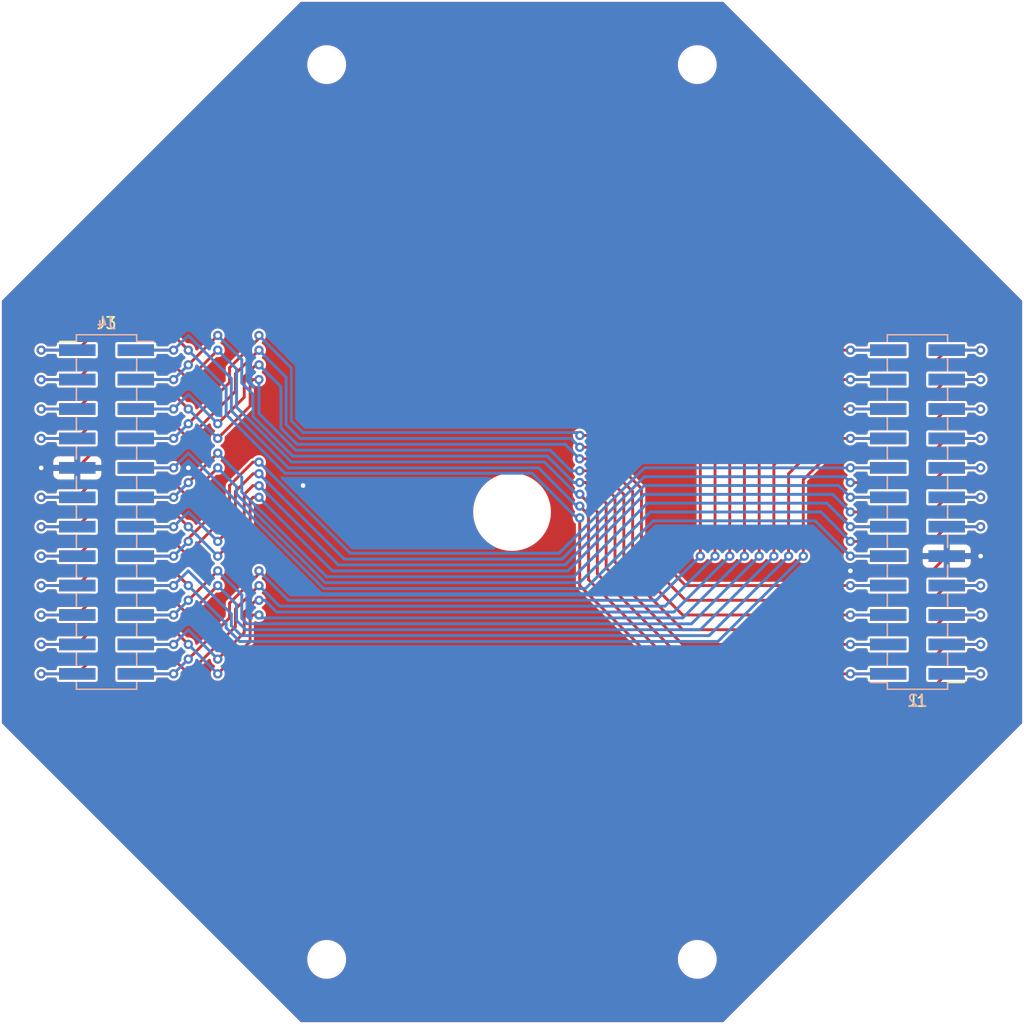
<source format=kicad_pcb>
(kicad_pcb (version 20211014) (generator pcbnew)
  (layers (0 "F.Cu" signal) (31 "B.Cu" signal) (34 "B.Paste" user) (35 "F.Paste" user) (36 "B.SilkS" user "B.Silkscreen") (37 "F.SilkS" user "F.Silkscreen") (38 "B.Mask" user) (39 "F.Mask" user) (44 "Edge.Cuts" user))
  (net 0 "")
  (net 1 "/VBAT")
  (net 2 "/B2B_GPIO_0")
  (net 3 "/9V")
  (net 4 "/B2B_GPIO_1")
  (net 5 "/5V")
  (net 6 "/B2B_GPIO_2")
  (net 7 "/3V3")
  (net 8 "/B2B_GPIO_3")
  (net 9 "/GND")
  (net 10 "/B2B_GPIO_4")
  (net 11 "/B2B_UART_RX")
  (net 12 "/B2B_GPIO_5")
  (net 13 "/B2B_UART_TX")
  (net 14 "/B2B_GPIO_6")
  (net 15 "/B2B_I2C_SDA")
  (net 16 "/B2B_GPIO_7")
  (net 17 "/B2B_I2C_SCL")
  (net 18 "/B2B_GPIO_8")
  (net 19 "/B2B_SPI_SCK")
  (net 20 "/B2B_GPIO_9")
  (net 21 "/B2B_SPI_MISO")
  (net 22 "/B2B_GPIO_10")
  (net 23 "/B2B_SPI_MOSI")
  (net 24 "/B2B_GPIO_11")
  (footprint "Connector_PinHeader_2.54mm:PinHeader_2x12_P2.54mm_Vertical_SMD" (layer "F.Cu") (at 35 0 180)
    (fp_text reference "J1")
    (fp_text value "Conn_02x12_Odd_Even")
  )
  (footprint "Connector_PinHeader_2.54mm:PinHeader_2x12_P2.54mm_Vertical_SMD" (layer "F.Cu") (at -35 0)
    (fp_text reference "J3")
    (fp_text value "Conn_02x12_Odd_Even")
  )
  (footprint "Connector_PinHeader_2.54mm:PinHeader_2x12_P2.54mm_Vertical_SMD" (layer "B.Cu") (at 35 0)
    (fp_text reference "J2")
    (fp_text value "Conn_02x12_Odd_Even")
  )
  (footprint "Connector_PinHeader_2.54mm:PinHeader_2x12_P2.54mm_Vertical_SMD" (layer "B.Cu") (at -35 0 180)
    (fp_text reference "J4")
    (fp_text value "Conn_02x12_Odd_Even")
  )
  (gr_line (start -18.292268 44.161442) (end 18.292268 44.161442) (layer "Edge.Cuts") (width 0.01))
  (gr_line (start 44.161442 -18.292268) (end 18.292268 -44.161442) (layer "Edge.Cuts") (width 0.01))
  (gr_line (start 18.292268 -44.161442) (end -18.292268 -44.161442) (layer "Edge.Cuts") (width 0.01))
  (gr_line (start -44.161442 -18.292268) (end -44.161442 18.292268) (layer "Edge.Cuts") (width 0.01))
  (gr_line (start -18.292268 -44.161442) (end -44.161442 -18.292268) (layer "Edge.Cuts") (width 0.01))
  (gr_circle (center 15.996167 -38.618164) (end 17.546167 -38.618164) (layer "Edge.Cuts") (width 0.01) (fill none))
  (gr_line (start -44.161442 18.292268) (end -18.292268 44.161442) (layer "Edge.Cuts") (width 0.01))
  (gr_circle (center -15.996167 38.618164) (end -14.446167 38.618164) (layer "Edge.Cuts") (width 0.01) (fill none))
  (gr_line (start 18.292268 44.161442) (end 44.161442 18.292268) (layer "Edge.Cuts") (width 0.01))
  (gr_circle (center -15.996167 -38.618164) (end -14.446167 -38.618164) (layer "Edge.Cuts") (width 0.01) (fill none))
  (gr_circle (center 0 0) (end 3.225 0) (layer "Edge.Cuts") (width 0.01) (fill none))
  (gr_circle (center 15.996167 38.618164) (end 17.546167 38.618164) (layer "Edge.Cuts") (width 0.01) (fill none))
  (gr_line (start 44.161442 18.292268) (end 44.161442 -18.292268) (layer "Edge.Cuts") (width 0.01))
  (segment (start 14.732 15.24) (end 29.21 15.24) (width 0.25) (layer "F.Cu") (net 1))
  (segment (start -40.64 -13.97) (end -37.525 -13.97) (width 0.25) (layer "F.Cu") (net 1))
  (segment (start -37.525 -13.97) (end -36.255 -15.24) (width 0.25) (layer "F.Cu") (net 1))
  (segment (start -36.255 -15.24) (end -29.21 -15.24) (width 0.25) (layer "F.Cu") (net 1))
  (segment (start 5.842 0.508) (end 5.842 6.35) (width 0.25) (layer "F.Cu") (net 1))
  (segment (start 36.255 15.24) (end 29.21 15.24) (width 0.25) (layer "F.Cu") (net 1))
  (segment (start 40.453 13.97) (end 37.338 13.97) (width 0.25) (layer "F.Cu") (net 1))
  (segment (start 37.525 13.97) (end 36.255 15.24) (width 0.25) (layer "F.Cu") (net 1))
  (segment (start 5.842 6.35) (end 14.732 15.24) (width 0.25) (layer "F.Cu") (net 1))
  (segment (start -29.21 -15.24) (end -27.94 -13.97) (width 0.25) (layer "F.Cu") (net 1))
  (via (at -27.94 -13.97) (size 0.8) (drill 0.4) (layers "F.Cu" "B.Cu") (net 1))
  (via (at 5.842 0.508) (size 0.8) (drill 0.4) (layers "F.Cu" "B.Cu") (net 1))
  (via (at 40.453 13.97) (size 0.8) (drill 0.4) (layers "F.Cu" "B.Cu") (net 1))
  (via (at -40.64 -13.97) (size 0.8) (drill 0.4) (layers "F.Cu" "B.Cu") (net 1))
  (segment (start 1.732517 -3.347483) (end -19.603483 -3.347483) (width 0.25) (layer "B.Cu") (net 1))
  (segment (start -19.603483 -3.347483) (end -24.675489 -8.419489) (width 0.25) (layer "B.Cu") (net 1))
  (segment (start -24.675489 -8.419489) (end -24.675489 -10.705489) (width 0.25) (layer "B.Cu") (net 1))
  (segment (start -24.675489 -10.705489) (end -25.4 -11.43) (width 0.25) (layer "B.Cu") (net 1))
  (segment (start -27.94 -13.97) (end -25.4 -11.43) (width 0.25) (layer "B.Cu") (net 1))
  (segment (start 37.338 13.97) (end 40.453 13.97) (width 0.25) (layer "B.Cu") (net 1))
  (segment (start -37.525 -13.97) (end -40.64 -13.97) (width 0.25) (layer "B.Cu") (net 1))
  (segment (start 5.842 0.508) (end 5.588 0.508) (width 0.25) (layer "B.Cu") (net 1))
  (segment (start 5.588 0.508) (end 1.732517 -3.347483) (width 0.25) (layer "B.Cu") (net 1))
  (segment (start 5.846299 -0.512299) (end 6.604 0.245402) (width 0.25) (layer "F.Cu") (net 2))
  (segment (start 32.475 13.97) (end 29.21 13.97) (width 0.25) (layer "F.Cu") (net 2))
  (segment (start 6.604 0.245402) (end 6.604 5.842) (width 0.25) (layer "F.Cu") (net 2))
  (segment (start 6.604 5.842) (end 14.732 13.97) (width 0.25) (layer "F.Cu") (net 2))
  (segment (start -32.475 -13.97) (end -29.21 -13.97) (width 0.25) (layer "F.Cu") (net 2))
  (segment (start 14.732 13.97) (end 29.21 13.97) (width 0.25) (layer "F.Cu") (net 2))
  (via (at 5.846299 -0.512299) (size 0.8) (drill 0.4) (layers "F.Cu" "B.Cu") (net 2))
  (via (at -29.21 -13.97) (size 0.8) (drill 0.4) (layers "F.Cu" "B.Cu") (net 2))
  (via (at 29.21 13.97) (size 0.8) (drill 0.4) (layers "F.Cu" "B.Cu") (net 2))
  (segment (start -25.4 -12.7) (end -24.225969 -11.525969) (width 0.25) (layer "B.Cu") (net 2))
  (segment (start -29.21 -13.97) (end -32.475 -13.97) (width 0.25) (layer "B.Cu") (net 2))
  (segment (start -24.225969 -11.525969) (end -24.225969 -8.731969) (width 0.25) (layer "B.Cu") (net 2))
  (segment (start -24.225969 -8.731969) (end -19.304 -3.81) (width 0.25) (layer "B.Cu") (net 2))
  (segment (start 2.286 -3.81) (end 5.583701 -0.512299) (width 0.25) (layer "B.Cu") (net 2))
  (segment (start -19.304 -3.81) (end 2.286 -3.81) (width 0.25) (layer "B.Cu") (net 2))
  (segment (start 5.583701 -0.512299) (end 5.846299 -0.512299) (width 0.25) (layer "B.Cu") (net 2))
  (segment (start 29.21 13.97) (end 32.475 13.97) (width 0.25) (layer "B.Cu") (net 2))
  (segment (start -27.94 -15.24) (end -25.4 -12.7) (width 0.25) (layer "B.Cu") (net 2))
  (segment (start -29.21 -13.97) (end -27.94 -15.24) (width 0.25) (layer "B.Cu") (net 2))
  (segment (start -36.255 -12.7) (end -29.21 -12.7) (width 0.25) (layer "F.Cu") (net 3))
  (segment (start 29.21 12.7) (end 14.732 12.7) (width 0.25) (layer "F.Cu") (net 3))
  (segment (start -37.525 -11.43) (end -36.255 -12.7) (width 0.25) (layer "F.Cu") (net 3))
  (segment (start 37.525 11.43) (end 36.255 12.7) (width 0.25) (layer "F.Cu") (net 3))
  (segment (start 7.366 -0.017196) (end 5.850598 -1.532598) (width 0.25) (layer "F.Cu") (net 3))
  (segment (start 37.338 11.43) (end 40.453 11.43) (width 0.25) (layer "F.Cu") (net 3))
  (segment (start -37.525 -11.43) (end -40.64 -11.43) (width 0.25) (layer "F.Cu") (net 3))
  (segment (start 7.366 5.334) (end 7.366 -0.017196) (width 0.25) (layer "F.Cu") (net 3))
  (segment (start 36.255 12.7) (end 29.21 12.7) (width 0.25) (layer "F.Cu") (net 3))
  (segment (start -29.21 -12.7) (end -27.94 -11.43) (width 0.25) (layer "F.Cu") (net 3))
  (segment (start 14.732 12.7) (end 7.366 5.334) (width 0.25) (layer "F.Cu") (net 3))
  (segment (start -27.94 -11.43) (end -25.4 -13.97) (width 0.25) (layer "F.Cu") (net 3))
  (via (at 5.850598 -1.532598) (size 0.8) (drill 0.4) (layers "F.Cu" "B.Cu") (net 3))
  (via (at -25.4 -13.97) (size 0.8) (drill 0.4) (layers "F.Cu" "B.Cu") (net 3))
  (via (at -40.64 -11.43) (size 0.8) (drill 0.4) (layers "F.Cu" "B.Cu") (net 3))
  (via (at 40.453 11.43) (size 0.8) (drill 0.4) (layers "F.Cu" "B.Cu") (net 3))
  (segment (start -40.64 -11.43) (end -37.525 -11.43) (width 0.25) (layer "B.Cu") (net 3))
  (segment (start -25.4 -13.97) (end -23.776449 -12.346449) (width 0.25) (layer "B.Cu") (net 3))
  (segment (start 40.453 11.43) (end 37.338 11.43) (width 0.25) (layer "B.Cu") (net 3))
  (segment (start -19.052872 -4.318) (end 2.794 -4.318) (width 0.25) (layer "B.Cu") (net 3))
  (segment (start -23.776449 -12.346449) (end -23.776449 -9.041577) (width 0.25) (layer "B.Cu") (net 3))
  (segment (start -23.776449 -9.041577) (end -19.052872 -4.318) (width 0.25) (layer "B.Cu") (net 3))
  (segment (start 5.579402 -1.532598) (end 5.850598 -1.532598) (width 0.25) (layer "B.Cu") (net 3))
  (segment (start 2.794 -4.318) (end 5.579402 -1.532598) (width 0.25) (layer "B.Cu") (net 3))
  (segment (start 29.21 11.43) (end 32.475 11.43) (width 0.25) (layer "F.Cu") (net 4))
  (segment (start 8.128 4.826) (end 14.732 11.43) (width 0.25) (layer "F.Cu") (net 4))
  (segment (start -27.94 -12.7) (end -25.4 -15.24) (width 0.25) (layer "F.Cu") (net 4))
  (segment (start 14.732 11.43) (end 29.21 11.43) (width 0.25) (layer "F.Cu") (net 4))
  (segment (start -29.21 -11.43) (end -32.475 -11.43) (width 0.25) (layer "F.Cu") (net 4))
  (segment (start 6.345701 -2.544299) (end 8.128 -0.762) (width 0.25) (layer "F.Cu") (net 4))
  (segment (start 8.128 -0.762) (end 8.128 4.826) (width 0.25) (layer "F.Cu") (net 4))
  (segment (start 5.846299 -2.544299) (end 6.345701 -2.544299) (width 0.25) (layer "F.Cu") (net 4))
  (via (at 29.21 11.43) (size 0.8) (drill 0.4) (layers "F.Cu" "B.Cu") (net 4))
  (via (at 5.846299 -2.544299) (size 0.8) (drill 0.4) (layers "F.Cu" "B.Cu") (net 4))
  (via (at -25.4 -15.24) (size 0.8) (drill 0.4) (layers "F.Cu" "B.Cu") (net 4))
  (via (at -27.94 -12.7) (size 0.8) (drill 0.4) (layers "F.Cu" "B.Cu") (net 4))
  (via (at -29.21 -11.43) (size 0.8) (drill 0.4) (layers "F.Cu" "B.Cu") (net 4))
  (segment (start -18.925154 -4.826) (end -22.352 -8.252846) (width 0.25) (layer "B.Cu") (net 4))
  (segment (start -22.352 -10.16) (end -23.326929 -11.134929) (width 0.25) (layer "B.Cu") (net 4))
  (segment (start -32.475 -11.43) (end -29.21 -11.43) (width 0.25) (layer "B.Cu") (net 4))
  (segment (start 5.329701 -2.544299) (end 3.048 -4.826) (width 0.25) (layer "B.Cu") (net 4))
  (segment (start 32.475 11.43) (end 29.21 11.43) (width 0.25) (layer "B.Cu") (net 4))
  (segment (start -22.352 -8.252846) (end -22.352 -10.16) (width 0.25) (layer "B.Cu") (net 4))
  (segment (start -29.21 -11.43) (end -27.94 -12.7) (width 0.25) (layer "B.Cu") (net 4))
  (segment (start -23.326929 -13.166929) (end -25.4 -15.24) (width 0.25) (layer "B.Cu") (net 4))
  (segment (start 5.846299 -2.544299) (end 5.329701 -2.544299) (width 0.25) (layer "B.Cu") (net 4))
  (segment (start -23.326929 -11.134929) (end -23.326929 -13.166929) (width 0.25) (layer "B.Cu") (net 4))
  (segment (start 3.048 -4.826) (end -18.925154 -4.826) (width 0.25) (layer "B.Cu") (net 4))
  (segment (start 8.89 4.318) (end 8.89 -1.27) (width 0.25) (layer "F.Cu") (net 5))
  (segment (start 40.453 8.89) (end 37.338 8.89) (width 0.25) (layer "F.Cu") (net 5))
  (segment (start 36.255 10.16) (end 29.21 10.16) (width 0.25) (layer "F.Cu") (net 5))
  (segment (start 37.525 8.89) (end 36.255 10.16) (width 0.25) (layer "F.Cu") (net 5))
  (segment (start -22.606 -9.144) (end -22.606 -11.176) (width 0.25) (layer "F.Cu") (net 5))
  (segment (start -29.21 -10.16) (end -27.94 -8.89) (width 0.25) (layer "F.Cu") (net 5))
  (segment (start 6.604 -3.556) (end 5.842 -3.556) (width 0.25) (layer "F.Cu") (net 5))
  (segment (start 14.732 10.16) (end 8.89 4.318) (width 0.25) (layer "F.Cu") (net 5))
  (segment (start -25.4 -6.35) (end -22.606 -9.144) (width 0.25) (layer "F.Cu") (net 5))
  (segment (start 29.21 10.16) (end 14.732 10.16) (width 0.25) (layer "F.Cu") (net 5))
  (segment (start 8.89 -1.27) (end 6.604 -3.556) (width 0.25) (layer "F.Cu") (net 5))
  (segment (start -37.525 -8.89) (end -36.255 -10.16) (width 0.25) (layer "F.Cu") (net 5))
  (segment (start -22.352 -11.43) (end -21.844 -11.43) (width 0.25) (layer "F.Cu") (net 5))
  (segment (start -36.255 -10.16) (end -29.21 -10.16) (width 0.25) (layer "F.Cu") (net 5))
  (segment (start -40.64 -8.89) (end -37.525 -8.89) (width 0.25) (layer "F.Cu") (net 5))
  (segment (start -22.606 -11.176) (end -22.352 -11.43) (width 0.25) (layer "F.Cu") (net 5))
  (via (at 5.842 -3.556) (size 0.8) (drill 0.4) (layers "F.Cu" "B.Cu") (net 5))
  (via (at -21.844 -11.43) (size 0.8) (drill 0.4) (layers "F.Cu" "B.Cu") (net 5))
  (via (at -27.94 -8.89) (size 0.8) (drill 0.4) (layers "F.Cu" "B.Cu") (net 5))
  (via (at 40.453 8.89) (size 0.8) (drill 0.4) (layers "F.Cu" "B.Cu") (net 5))
  (via (at -40.64 -8.89) (size 0.8) (drill 0.4) (layers "F.Cu" "B.Cu") (net 5))
  (via (at -25.4 -6.35) (size 0.8) (drill 0.4) (layers "F.Cu" "B.Cu") (net 5))
  (segment (start 5.08 -3.556) (end 5.842 -3.556) (width 0.25) (layer "B.Cu") (net 5))
  (segment (start 3.302 -5.334) (end 5.08 -3.556) (width 0.25) (layer "B.Cu") (net 5))
  (segment (start -21.844 -11.43) (end -21.844 -8.508283) (width 0.25) (layer "B.Cu") (net 5))
  (segment (start -27.94 -8.89) (end -25.4 -6.35) (width 0.25) (layer "B.Cu") (net 5))
  (segment (start -37.525 -8.89) (end -40.64 -8.89) (width 0.25) (layer "B.Cu") (net 5))
  (segment (start 37.338 8.89) (end 40.453 8.89) (width 0.25) (layer "B.Cu") (net 5))
  (segment (start -21.844 -8.508283) (end -18.669717 -5.334) (width 0.25) (layer "B.Cu") (net 5))
  (segment (start -18.669717 -5.334) (end 3.302 -5.334) (width 0.25) (layer "B.Cu") (net 5))
  (segment (start -32.475 -8.89) (end -29.21 -8.89) (width 0.25) (layer "F.Cu") (net 6))
  (segment (start -22.098 -12.7) (end -21.835402 -12.7) (width 0.25) (layer "F.Cu") (net 6))
  (segment (start -25.4 -7.62) (end -23.114 -9.906) (width 0.25) (layer "F.Cu") (net 6))
  (segment (start 6.587439 -4.588561) (end 9.652 -1.524) (width 0.25) (layer "F.Cu") (net 6))
  (segment (start 5.839321 -4.588561) (end 6.587439 -4.588561) (width 0.25) (layer "F.Cu") (net 6))
  (segment (start -23.114 -9.906) (end -23.114 -11.684) (width 0.25) (layer "F.Cu") (net 6))
  (segment (start 14.732 8.89) (end 29.21 8.89) (width 0.25) (layer "F.Cu") (net 6))
  (segment (start 9.652 -1.524) (end 9.652 3.81) (width 0.25) (layer "F.Cu") (net 6))
  (segment (start 9.652 3.81) (end 14.732 8.89) (width 0.25) (layer "F.Cu") (net 6))
  (segment (start -23.114 -11.684) (end -22.098 -12.7) (width 0.25) (layer "F.Cu") (net 6))
  (segment (start 32.475 8.89) (end 29.21 8.89) (width 0.25) (layer "F.Cu") (net 6))
  (via (at -21.835402 -12.7) (size 0.8) (drill 0.4) (layers "F.Cu" "B.Cu") (net 6))
  (via (at -29.21 -8.89) (size 0.8) (drill 0.4) (layers "F.Cu" "B.Cu") (net 6))
  (via (at 5.839321 -4.588561) (size 0.8) (drill 0.4) (layers "F.Cu" "B.Cu") (net 6))
  (via (at -25.4 -7.62) (size 0.8) (drill 0.4) (layers "F.Cu" "B.Cu") (net 6))
  (via (at 29.21 8.89) (size 0.8) (drill 0.4) (layers "F.Cu" "B.Cu") (net 6))
  (segment (start -19.94904 -10.813638) (end -21.835402 -12.7) (width 0.25) (layer "B.Cu") (net 6))
  (segment (start -27.94 -10.16) (end -25.4 -7.62) (width 0.25) (layer "B.Cu") (net 6))
  (segment (start -19.94904 -7.24904) (end -19.94904 -10.813638) (width 0.25) (layer "B.Cu") (net 6))
  (segment (start 5.839321 -4.588561) (end 5.564393 -4.863489) (width 0.25) (layer "B.Cu") (net 6))
  (segment (start 4.585882 -5.842) (end -18.542 -5.842) (width 0.25) (layer "B.Cu") (net 6))
  (segment (start 5.126087 -5.287897) (end 5.126087 -5.301795) (width 0.25) (layer "B.Cu") (net 6))
  (segment (start 5.564393 -4.863489) (end 5.550495 -4.863489) (width 0.25) (layer "B.Cu") (net 6))
  (segment (start 5.550495 -4.863489) (end 5.126087 -5.287897) (width 0.25) (layer "B.Cu") (net 6))
  (segment (start -29.21 -8.89) (end -27.94 -10.16) (width 0.25) (layer "B.Cu") (net 6))
  (segment (start -18.542 -5.842) (end -19.94904 -7.24904) (width 0.25) (layer "B.Cu") (net 6))
  (segment (start -29.21 -8.89) (end -32.475 -8.89) (width 0.25) (layer "B.Cu") (net 6))
  (segment (start 29.21 8.89) (end 32.475 8.89) (width 0.25) (layer "B.Cu") (net 6))
  (segment (start 5.126087 -5.301795) (end 4.585882 -5.842) (width 0.25) (layer "B.Cu") (net 6))
  (segment (start 37.338 6.35) (end 40.453 6.35) (width 0.25) (layer "F.Cu") (net 7))
  (segment (start 6.604 -5.588) (end 5.850598 -5.588) (width 0.25) (layer "F.Cu") (net 7))
  (segment (start 36.255 7.62) (end 29.21 7.62) (width 0.25) (layer "F.Cu") (net 7))
  (segment (start 29.21 7.62) (end 14.986 7.62) (width 0.25) (layer "F.Cu") (net 7))
  (segment (start -23.876 -11.938) (end -21.848299 -13.965701) (width 0.25) (layer "F.Cu") (net 7))
  (segment (start -37.525 -6.35) (end -36.255 -7.62) (width 0.25) (layer "F.Cu") (net 7))
  (segment (start -37.525 -6.35) (end -40.64 -6.35) (width 0.25) (layer "F.Cu") (net 7))
  (segment (start -27.94 -6.35) (end -25.4 -8.89) (width 0.25) (layer "F.Cu") (net 7))
  (segment (start -25.4 -8.89) (end -23.876 -10.414) (width 0.25) (layer "F.Cu") (net 7))
  (segment (start 10.414 3.048) (end 10.414 -1.778) (width 0.25) (layer "F.Cu") (net 7))
  (segment (start -29.21 -7.62) (end -27.94 -6.35) (width 0.25) (layer "F.Cu") (net 7))
  (segment (start -23.876 -10.414) (end -23.876 -11.938) (width 0.25) (layer "F.Cu") (net 7))
  (segment (start 14.986 7.62) (end 10.414 3.048) (width 0.25) (layer "F.Cu") (net 7))
  (segment (start 37.525 6.35) (end 36.255 7.62) (width 0.25) (layer "F.Cu") (net 7))
  (segment (start -21.848299 -13.965701) (end -21.839701 -13.965701) (width 0.25) (layer "F.Cu") (net 7))
  (segment (start -36.255 -7.62) (end -29.21 -7.62) (width 0.25) (layer "F.Cu") (net 7))
  (segment (start 10.414 -1.778) (end 6.604 -5.588) (width 0.25) (layer "F.Cu") (net 7))
  (via (at -21.839701 -13.965701) (size 0.8) (drill 0.4) (layers "F.Cu" "B.Cu") (net 7))
  (via (at 40.453 6.35) (size 0.8) (drill 0.4) (layers "F.Cu" "B.Cu") (net 7))
  (via (at 5.850598 -5.588) (size 0.8) (drill 0.4) (layers "F.Cu" "B.Cu") (net 7))
  (via (at -40.64 -6.35) (size 0.8) (drill 0.4) (layers "F.Cu" "B.Cu") (net 7))
  (segment (start 40.453 6.35) (end 37.338 6.35) (width 0.25) (layer "B.Cu") (net 7))
  (segment (start -19.49952 -7.56152) (end -19.49952 -11.62552) (width 0.25) (layer "B.Cu") (net 7))
  (segment (start -18.288 -6.35) (end -19.49952 -7.56152) (width 0.25) (layer "B.Cu") (net 7))
  (segment (start 5.846283 -5.588) (end 5.084283 -6.35) (width 0.25) (layer "B.Cu") (net 7))
  (segment (start 5.084283 -6.35) (end -18.288 -6.35) (width 0.25) (layer "B.Cu") (net 7))
  (segment (start -40.64 -6.35) (end -37.525 -6.35) (width 0.25) (layer "B.Cu") (net 7))
  (segment (start 5.850598 -5.588) (end 5.846283 -5.588) (width 0.25) (layer "B.Cu") (net 7))
  (segment (start -19.49952 -11.62552) (end -21.839701 -13.965701) (width 0.25) (layer "B.Cu") (net 7))
  (segment (start -24.384 -12.446) (end -21.844 -14.986) (width 0.25) (layer "F.Cu") (net 8))
  (segment (start -29.21 -6.35) (end -32.475 -6.35) (width 0.25) (layer "F.Cu") (net 8))
  (segment (start 11.176 -2.032) (end 11.176 2.54) (width 0.25) (layer "F.Cu") (net 8))
  (segment (start -25.4 -10.16) (end -24.384 -11.176) (width 0.25) (layer "F.Cu") (net 8))
  (segment (start 5.854897 -6.604) (end 6.604 -6.604) (width 0.25) (layer "F.Cu") (net 8))
  (segment (start 6.604 -6.604) (end 11.176 -2.032) (width 0.25) (layer "F.Cu") (net 8))
  (segment (start -21.844 -14.986) (end -21.844 -15.24) (width 0.25) (layer "F.Cu") (net 8))
  (segment (start -24.384 -11.176) (end -24.384 -12.446) (width 0.25) (layer "F.Cu") (net 8))
  (segment (start 11.176 2.54) (end 14.986 6.35) (width 0.25) (layer "F.Cu") (net 8))
  (segment (start 29.21 6.35) (end 32.475 6.35) (width 0.25) (layer "F.Cu") (net 8))
  (segment (start -27.94 -7.62) (end -25.4 -10.16) (width 0.25) (layer "F.Cu") (net 8))
  (segment (start 14.986 6.35) (end 29.21 6.35) (width 0.25) (layer "F.Cu") (net 8))
  (via (at -27.94 -7.62) (size 0.8) (drill 0.4) (layers "F.Cu" "B.Cu") (net 8))
  (via (at -29.21 -6.35) (size 0.8) (drill 0.4) (layers "F.Cu" "B.Cu") (net 8))
  (via (at 5.854897 -6.604) (size 0.8) (drill 0.4) (layers "F.Cu" "B.Cu") (net 8))
  (via (at 29.21 6.35) (size 0.8) (drill 0.4) (layers "F.Cu" "B.Cu") (net 8))
  (via (at -21.844 -15.24) (size 0.8) (drill 0.4) (layers "F.Cu" "B.Cu") (net 8))
  (segment (start -29.21 -6.35) (end -27.94 -7.62) (width 0.25) (layer "B.Cu") (net 8))
  (segment (start 32.475 6.35) (end 29.21 6.35) (width 0.25) (layer "B.Cu") (net 8))
  (segment (start -18.034 -6.858) (end -19.05 -7.874) (width 0.25) (layer "B.Cu") (net 8))
  (segment (start 5.854897 -6.604) (end 5.600897 -6.858) (width 0.25) (layer "B.Cu") (net 8))
  (segment (start -32.475 -6.35) (end -29.21 -6.35) (width 0.25) (layer "B.Cu") (net 8))
  (segment (start -19.05 -12.446) (end -21.844 -15.24) (width 0.25) (layer "B.Cu") (net 8))
  (segment (start 5.600897 -6.858) (end -18.034 -6.858) (width 0.25) (layer "B.Cu") (net 8))
  (segment (start -19.05 -7.874) (end -19.05 -12.446) (width 0.25) (layer "B.Cu") (net 8))
  (segment (start 37.525 3.81) (end 36.255 5.08) (width 0.25) (layer "F.Cu") (net 9))
  (segment (start 40.453 3.81) (end 37.338 3.81) (width 0.25) (layer "F.Cu") (net 9))
  (segment (start -37.525 -3.81) (end -36.255 -5.08) (width 0.25) (layer "F.Cu") (net 9))
  (segment (start -36.255 -5.08) (end -29.21 -5.08) (width 0.25) (layer "F.Cu") (net 9))
  (segment (start 36.255 5.08) (end 29.21 5.08) (width 0.25) (layer "F.Cu") (net 9))
  (segment (start -40.64 -3.81) (end -37.525 -3.81) (width 0.25) (layer "F.Cu") (net 9))
  (segment (start -29.21 -5.08) (end -27.94 -3.81) (width 0.25) (layer "F.Cu") (net 9))
  (via (at -18.034 -2.286) (size 0.8) (drill 0.4) (layers "F.Cu" "B.Cu") (net 9))
  (via (at -27.94 -3.81) (size 0.8) (drill 0.4) (layers "F.Cu" "B.Cu") (net 9))
  (via (at -40.64 -3.81) (size 0.8) (drill 0.4) (layers "F.Cu" "B.Cu") (net 9))
  (via (at 40.453 3.81) (size 0.8) (drill 0.4) (layers "F.Cu" "B.Cu") (net 9))
  (via (at 29.21 5.08) (size 0.8) (drill 0.4) (layers "F.Cu" "B.Cu") (net 9))
  (segment (start 7.112 7.112) (end 12.7 1.524) (width 0.25) (layer "B.Cu") (net 9))
  (segment (start -25.4 -1.27) (end -24.675489 -0.545489) (width 0.25) (layer "B.Cu") (net 9))
  (segment (start 25.654 1.524) (end 29.21 5.08) (width 0.25) (layer "B.Cu") (net 9))
  (segment (start 12.7 1.524) (end 25.654 1.524) (width 0.25) (layer "B.Cu") (net 9))
  (segment (start -27.94 -3.81) (end -25.4 -1.27) (width 0.25) (layer "B.Cu") (net 9))
  (segment (start -16.51 7.112) (end 7.112 7.112) (width 0.25) (layer "B.Cu") (net 9))
  (segment (start 37.338 3.81) (end 40.453 3.81) (width 0.25) (layer "B.Cu") (net 9))
  (segment (start -37.525 -3.81) (end -40.64 -3.81) (width 0.25) (layer "B.Cu") (net 9))
  (segment (start -24.675489 -0.545489) (end -24.167489 -0.545489) (width 0.25) (layer "B.Cu") (net 9))
  (segment (start -24.167489 -0.545489) (end -16.51 7.112) (width 0.25) (layer "B.Cu") (net 9))
  (segment (start 32.475 3.81) (end 29.21 3.81) (width 0.25) (layer "F.Cu") (net 10))
  (segment (start -32.475 -3.81) (end -29.21 -3.81) (width 0.25) (layer "F.Cu") (net 10))
  (via (at 29.21 3.81) (size 0.8) (drill 0.4) (layers "F.Cu" "B.Cu") (net 10))
  (via (at -29.21 -3.81) (size 0.8) (drill 0.4) (layers "F.Cu" "B.Cu") (net 10))
  (segment (start 29.21 3.81) (end 32.475 3.81) (width 0.25) (layer "B.Cu") (net 10))
  (segment (start -24.225969 -1.35592) (end -16.266049 6.604) (width 0.25) (layer "B.Cu") (net 10))
  (segment (start 6.35 6.604) (end 12.192 0.762) (width 0.25) (layer "B.Cu") (net 10))
  (segment (start -29.21 -3.81) (end -27.94 -5.08) (width 0.25) (layer "B.Cu") (net 10))
  (segment (start -29.21 -3.81) (end -32.475 -3.81) (width 0.25) (layer "B.Cu") (net 10))
  (segment (start 12.192 0.762) (end 26.162 0.762) (width 0.25) (layer "B.Cu") (net 10))
  (segment (start -27.94 -5.08) (end -25.4 -2.54) (width 0.25) (layer "B.Cu") (net 10))
  (segment (start -16.266049 6.604) (end 6.35 6.604) (width 0.25) (layer "B.Cu") (net 10))
  (segment (start -25.4 -2.54) (end -24.225969 -1.365969) (width 0.25) (layer "B.Cu") (net 10))
  (segment (start -24.225969 -1.365969) (end -24.225969 -1.35592) (width 0.25) (layer "B.Cu") (net 10))
  (segment (start 26.162 0.762) (end 29.21 3.81) (width 0.25) (layer "B.Cu") (net 10))
  (segment (start -27.94 -1.27) (end -25.4 -3.81) (width 0.25) (layer "F.Cu") (net 11))
  (segment (start -29.21 -2.54) (end -27.94 -1.27) (width 0.25) (layer "F.Cu") (net 11))
  (segment (start 37.338 1.27) (end 40.453 1.27) (width 0.25) (layer "F.Cu") (net 11))
  (segment (start -37.525 -1.27) (end -40.64 -1.27) (width 0.25) (layer "F.Cu") (net 11))
  (segment (start 37.525 1.27) (end 36.255 2.54) (width 0.25) (layer "F.Cu") (net 11))
  (segment (start -37.525 -1.27) (end -36.255 -2.54) (width 0.25) (layer "F.Cu") (net 11))
  (segment (start -36.255 -2.54) (end -29.21 -2.54) (width 0.25) (layer "F.Cu") (net 11))
  (segment (start 36.255 2.54) (end 29.21 2.54) (width 0.25) (layer "F.Cu") (net 11))
  (via (at 40.453 1.27) (size 0.8) (drill 0.4) (layers "F.Cu" "B.Cu") (net 11))
  (via (at 29.21 2.54) (size 0.8) (drill 0.4) (layers "F.Cu" "B.Cu") (net 11))
  (via (at -25.4 -3.81) (size 0.8) (drill 0.4) (layers "F.Cu" "B.Cu") (net 11))
  (via (at -40.64 -1.27) (size 0.8) (drill 0.4) (layers "F.Cu" "B.Cu") (net 11))
  (segment (start 11.938 0) (end 26.67 0) (width 0.25) (layer "B.Cu") (net 11))
  (segment (start -16.138331 6.096) (end 5.842 6.096) (width 0.25) (layer "B.Cu") (net 11))
  (segment (start -23.776449 -1.542118) (end -16.138331 6.096) (width 0.25) (layer "B.Cu") (net 11))
  (segment (start 26.67 0) (end 29.21 2.54) (width 0.25) (layer "B.Cu") (net 11))
  (segment (start -40.64 -1.27) (end -37.525 -1.27) (width 0.25) (layer "B.Cu") (net 11))
  (segment (start -23.776449 -2.186449) (end -23.776449 -1.542118) (width 0.25) (layer "B.Cu") (net 11))
  (segment (start 40.453 1.27) (end 37.338 1.27) (width 0.25) (layer "B.Cu") (net 11))
  (segment (start -25.4 -3.81) (end -23.776449 -2.186449) (width 0.25) (layer "B.Cu") (net 11))
  (segment (start 5.842 6.096) (end 11.938 0) (width 0.25) (layer "B.Cu") (net 11))
  (segment (start 29.21 1.27) (end 32.475 1.27) (width 0.25) (layer "F.Cu") (net 12))
  (segment (start -29.21 -1.27) (end -32.475 -1.27) (width 0.25) (layer "F.Cu") (net 12))
  (segment (start -27.94 -2.54) (end -25.4 -5.08) (width 0.25) (layer "F.Cu") (net 12))
  (via (at -25.4 -5.08) (size 0.8) (drill 0.4) (layers "F.Cu" "B.Cu") (net 12))
  (via (at -29.21 -1.27) (size 0.8) (drill 0.4) (layers "F.Cu" "B.Cu") (net 12))
  (via (at 29.21 1.27) (size 0.8) (drill 0.4) (layers "F.Cu" "B.Cu") (net 12))
  (via (at -27.94 -2.54) (size 0.8) (drill 0.4) (layers "F.Cu" "B.Cu") (net 12))
  (segment (start -23.326929 -1.728315) (end -21.598614 0) (width 0.25) (layer "B.Cu") (net 12))
  (segment (start 5.334 5.588) (end 11.684 -0.762) (width 0.25) (layer "B.Cu") (net 12))
  (segment (start -21.598614 0) (end -21.59 0) (width 0.25) (layer "B.Cu") (net 12))
  (segment (start -21.59 0) (end -16.002 5.588) (width 0.25) (layer "B.Cu") (net 12))
  (segment (start 11.684 -0.762) (end 27.178 -0.762) (width 0.25) (layer "B.Cu") (net 12))
  (segment (start 27.178 -0.762) (end 29.21 1.27) (width 0.25) (layer "B.Cu") (net 12))
  (segment (start -32.475 -1.27) (end -29.21 -1.27) (width 0.25) (layer "B.Cu") (net 12))
  (segment (start 32.475 1.27) (end 29.21 1.27) (width 0.25) (layer "B.Cu") (net 12))
  (segment (start -25.4 -5.08) (end -23.326929 -3.006929) (width 0.25) (layer "B.Cu") (net 12))
  (segment (start -16.002 5.588) (end 5.334 5.588) (width 0.25) (layer "B.Cu") (net 12))
  (segment (start -29.21 -1.27) (end -27.94 -2.54) (width 0.25) (layer "B.Cu") (net 12))
  (segment (start -23.326929 -3.006929) (end -23.326929 -1.728315) (width 0.25) (layer "B.Cu") (net 12))
  (segment (start -40.64 1.27) (end -37.525 1.27) (width 0.25) (layer "F.Cu") (net 13))
  (segment (start -37.525 1.27) (end -36.255 0) (width 0.25) (layer "F.Cu") (net 13))
  (segment (start -22.606 1.016) (end -22.606 -1.016) (width 0.25) (layer "F.Cu") (net 13))
  (segment (start -36.255 0) (end -29.21 0) (width 0.25) (layer "F.Cu") (net 13))
  (segment (start -25.4 3.81) (end -22.606 1.016) (width 0.25) (layer "F.Cu") (net 13))
  (segment (start -22.352 -1.27) (end -21.844 -1.27) (width 0.25) (layer "F.Cu") (net 13))
  (segment (start 36.255 0) (end 29.21 0) (width 0.25) (layer "F.Cu") (net 13))
  (segment (start 40.453 -1.27) (end 37.338 -1.27) (width 0.25) (layer "F.Cu") (net 13))
  (segment (start -29.21 0) (end -27.94 1.27) (width 0.25) (layer "F.Cu") (net 13))
  (segment (start -22.606 -1.016) (end -22.352 -1.27) (width 0.25) (layer "F.Cu") (net 13))
  (segment (start 37.525 -1.27) (end 36.255 0) (width 0.25) (layer "F.Cu") (net 13))
  (via (at -40.64 1.27) (size 0.8) (drill 0.4) (layers "F.Cu" "B.Cu") (net 13))
  (via (at -25.4 3.81) (size 0.8) (drill 0.4) (layers "F.Cu" "B.Cu") (net 13))
  (via (at 29.21 0) (size 0.8) (drill 0.4) (layers "F.Cu" "B.Cu") (net 13))
  (via (at 40.453 -1.27) (size 0.8) (drill 0.4) (layers "F.Cu" "B.Cu") (net 13))
  (via (at -21.844 -1.27) (size 0.8) (drill 0.4) (layers "F.Cu" "B.Cu") (net 13))
  (via (at -27.94 1.27) (size 0.8) (drill 0.4) (layers "F.Cu" "B.Cu") (net 13))
  (segment (start -21.844 -1.27) (end -15.494 5.08) (width 0.25) (layer "B.Cu") (net 13))
  (segment (start -15.494 5.08) (end 4.826 5.08) (width 0.25) (layer "B.Cu") (net 13))
  (segment (start -37.525 1.27) (end -40.64 1.27) (width 0.25) (layer "B.Cu") (net 13))
  (segment (start 4.826 5.08) (end 11.43 -1.524) (width 0.25) (layer "B.Cu") (net 13))
  (segment (start 11.43 -1.524) (end 27.686 -1.524) (width 0.25) (layer "B.Cu") (net 13))
  (segment (start 37.338 -1.27) (end 40.453 -1.27) (width 0.25) (layer "B.Cu") (net 13))
  (segment (start -27.94 1.27) (end -25.4 3.81) (width 0.25) (layer "B.Cu") (net 13))
  (segment (start 27.686 -1.524) (end 29.21 0) (width 0.25) (layer "B.Cu") (net 13))
  (segment (start -21.832723 -2.269439) (end -22.368561 -2.269439) (width 0.25) (layer "F.Cu") (net 14))
  (segment (start -23.114 0.254) (end -25.4 2.54) (width 0.25) (layer "F.Cu") (net 14))
  (segment (start -32.475 1.27) (end -29.21 1.27) (width 0.25) (layer "F.Cu") (net 14))
  (segment (start 32.475 -1.27) (end 29.21 -1.27) (width 0.25) (layer "F.Cu") (net 14))
  (segment (start -23.114 -1.524) (end -23.114 0.254) (width 0.25) (layer "F.Cu") (net 14))
  (segment (start -22.368561 -2.269439) (end -23.114 -1.524) (width 0.25) (layer "F.Cu") (net 14))
  (via (at -29.21 1.27) (size 0.8) (drill 0.4) (layers "F.Cu" "B.Cu") (net 14))
  (via (at -25.4 2.54) (size 0.8) (drill 0.4) (layers "F.Cu" "B.Cu") (net 14))
  (via (at -21.832723 -2.269439) (size 0.8) (drill 0.4) (layers "F.Cu" "B.Cu") (net 14))
  (via (at 29.21 -1.27) (size 0.8) (drill 0.4) (layers "F.Cu" "B.Cu") (net 14))
  (segment (start -29.21 1.27) (end -32.475 1.27) (width 0.25) (layer "B.Cu") (net 14))
  (segment (start 28.194 -2.286) (end 29.21 -1.27) (width 0.25) (layer "B.Cu") (net 14))
  (segment (start 29.21 -1.27) (end 32.475 -1.27) (width 0.25) (layer "B.Cu") (net 14))
  (segment (start -25.4 2.54) (end -27.94 0) (width 0.25) (layer "B.Cu") (net 14))
  (segment (start -21.832723 -2.269439) (end -21.818825 -2.269439) (width 0.25) (layer "B.Cu") (net 14))
  (segment (start -29.21 1.27) (end -27.94 0) (width 0.25) (layer "B.Cu") (net 14))
  (segment (start 4.572 4.572) (end 11.43 -2.286) (width 0.25) (layer "B.Cu") (net 14))
  (segment (start -21.818825 -2.269439) (end -14.977386 4.572) (width 0.25) (layer "B.Cu") (net 14))
  (segment (start -14.977386 4.572) (end 4.572 4.572) (width 0.25) (layer "B.Cu") (net 14))
  (segment (start 11.43 -2.286) (end 28.194 -2.286) (width 0.25) (layer "B.Cu") (net 14))
  (segment (start 37.338 -3.81) (end 40.453 -3.81) (width 0.25) (layer "F.Cu") (net 15))
  (segment (start -27.648511 3.264511) (end -27.639897 3.264511) (width 0.25) (layer "F.Cu") (net 15))
  (segment (start -23.876 -1.778) (end -23.876 -0.254) (width 0.25) (layer "F.Cu") (net 15))
  (segment (start -23.876 -0.254) (end -25.4 1.27) (width 0.25) (layer "F.Cu") (net 15))
  (segment (start -37.525 3.81) (end -36.255 2.54) (width 0.25) (layer "F.Cu") (net 15))
  (segment (start -37.525 3.81) (end -40.64 3.81) (width 0.25) (layer "F.Cu") (net 15))
  (segment (start -36.255 2.54) (end -29.21 2.54) (width 0.25) (layer "F.Cu") (net 15))
  (segment (start 37.525 -3.81) (end 36.255 -2.54) (width 0.25) (layer "F.Cu") (net 15))
  (segment (start -28.194 3.556) (end -27.94 3.556) (width 0.25) (layer "F.Cu") (net 15))
  (segment (start -29.21 2.54) (end -28.194 3.556) (width 0.25) (layer "F.Cu") (net 15))
  (segment (start -22.352 -3.302) (end -23.876 -1.778) (width 0.25) (layer "F.Cu") (net 15))
  (segment (start 36.255 -2.54) (end 29.21 -2.54) (width 0.25) (layer "F.Cu") (net 15))
  (segment (start -27.639897 3.264511) (end -25.641087 1.265701) (width 0.25) (layer "F.Cu") (net 15))
  (segment (start -27.94 3.556) (end -27.648511 3.264511) (width 0.25) (layer "F.Cu") (net 15))
  (segment (start -25.641087 1.265701) (end -25.395701 1.265701) (width 0.25) (layer "F.Cu") (net 15))
  (segment (start -21.844 -3.302) (end -22.352 -3.302) (width 0.25) (layer "F.Cu") (net 15))
  (via (at 40.453 -3.81) (size 0.8) (drill 0.4) (layers "F.Cu" "B.Cu") (net 15))
  (via (at 29.21 -2.54) (size 0.8) (drill 0.4) (layers "F.Cu" "B.Cu") (net 15))
  (via (at -40.64 3.81) (size 0.8) (drill 0.4) (layers "F.Cu" "B.Cu") (net 15))
  (via (at -21.844 -3.302) (size 0.8) (drill 0.4) (layers "F.Cu" "B.Cu") (net 15))
  (segment (start -21.844 -3.302) (end -21.84067 -3.302) (width 0.25) (layer "B.Cu") (net 15))
  (segment (start 28.702 -3.048) (end 29.21 -2.54) (width 0.25) (layer "B.Cu") (net 15))
  (segment (start -14.47467 4.064) (end 4.318 4.064) (width 0.25) (layer "B.Cu") (net 15))
  (segment (start -40.64 3.81) (end -37.525 3.81) (width 0.25) (layer "B.Cu") (net 15))
  (segment (start -21.84067 -3.302) (end -14.47467 4.064) (width 0.25) (layer "B.Cu") (net 15))
  (segment (start 40.453 -3.81) (end 37.338 -3.81) (width 0.25) (layer "B.Cu") (net 15))
  (segment (start 4.318 4.064) (end 11.43 -3.048) (width 0.25) (layer "B.Cu") (net 15))
  (segment (start 11.43 -3.048) (end 28.702 -3.048) (width 0.25) (layer "B.Cu") (net 15))
  (segment (start -25.645386 0) (end -25.4 0) (width 0.25) (layer "F.Cu") (net 16))
  (segment (start -27.94 2.286) (end -27.648511 1.994511) (width 0.25) (layer "F.Cu") (net 16))
  (segment (start 29.21 -3.81) (end 32.475 -3.81) (width 0.25) (layer "F.Cu") (net 16))
  (segment (start -22.368497 -4.301503) (end -24.384 -2.286) (width 0.25) (layer "F.Cu") (net 16))
  (segment (start -24.384 -2.286) (end -24.384 -1.016) (width 0.25) (layer "F.Cu") (net 16))
  (segment (start -27.648511 1.994511) (end -27.639897 1.994511) (width 0.25) (layer "F.Cu") (net 16))
  (segment (start -21.844 -4.301503) (end -22.368497 -4.301503) (width 0.25) (layer "F.Cu") (net 16))
  (segment (start -24.384 -1.016) (end -25.4 0) (width 0.25) (layer "F.Cu") (net 16))
  (segment (start -27.639897 1.994511) (end -25.645386 0) (width 0.25) (layer "F.Cu") (net 16))
  (segment (start -29.21 3.81) (end -32.475 3.81) (width 0.25) (layer "F.Cu") (net 16))
  (via (at -21.844 -4.301503) (size 0.8) (drill 0.4) (layers "F.Cu" "B.Cu") (net 16))
  (via (at -29.21 3.81) (size 0.8) (drill 0.4) (layers "F.Cu" "B.Cu") (net 16))
  (via (at -27.94 2.54) (size 0.8) (drill 0.4) (layers "F.Cu" "B.Cu") (net 16))
  (via (at 29.21 -3.81) (size 0.8) (drill 0.4) (layers "F.Cu" "B.Cu") (net 16))
  (segment (start 4.064 3.556) (end 11.43 -3.81) (width 0.25) (layer "B.Cu") (net 16))
  (segment (start -21.844 -4.301503) (end -21.818889 -4.301503) (width 0.25) (layer "B.Cu") (net 16))
  (segment (start -21.818889 -4.301503) (end -13.961386 3.556) (width 0.25) (layer "B.Cu") (net 16))
  (segment (start -13.961386 3.556) (end 4.064 3.556) (width 0.25) (layer "B.Cu") (net 16))
  (segment (start -32.475 3.81) (end -29.21 3.81) (width 0.25) (layer "B.Cu") (net 16))
  (segment (start 11.43 -3.81) (end 29.21 -3.81) (width 0.25) (layer "B.Cu") (net 16))
  (segment (start -29.21 3.81) (end -27.94 2.54) (width 0.25) (layer "B.Cu") (net 16))
  (segment (start 32.475 -3.81) (end 29.21 -3.81) (width 0.25) (layer "B.Cu") (net 16))
  (segment (start 27.432 -5.08) (end 25.146 -2.794) (width 0.25) (layer "F.Cu") (net 17))
  (segment (start -36.255 5.08) (end -29.21 5.08) (width 0.25) (layer "F.Cu") (net 17))
  (segment (start 36.255 -5.08) (end 29.21 -5.08) (width 0.25) (layer "F.Cu") (net 17))
  (segment (start 40.453 -6.35) (end 37.338 -6.35) (width 0.25) (layer "F.Cu") (net 17))
  (segment (start -40.64 6.35) (end -37.525 6.35) (width 0.25) (layer "F.Cu") (net 17))
  (segment (start 37.525 -6.35) (end 36.255 -5.08) (width 0.25) (layer "F.Cu") (net 17))
  (segment (start -37.525 6.35) (end -36.255 5.08) (width 0.25) (layer "F.Cu") (net 17))
  (segment (start -29.21 5.08) (end -27.94 6.35) (width 0.25) (layer "F.Cu") (net 17))
  (segment (start 29.21 -5.08) (end 27.432 -5.08) (width 0.25) (layer "F.Cu") (net 17))
  (segment (start 25.146 -2.794) (end 25.146 3.81) (width 0.25) (layer "F.Cu") (net 17))
  (via (at 40.453 -6.35) (size 0.8) (drill 0.4) (layers "F.Cu" "B.Cu") (net 17))
  (via (at -27.94 6.35) (size 0.8) (drill 0.4) (layers "F.Cu" "B.Cu") (net 17))
  (via (at 25.146 3.81) (size 0.8) (drill 0.4) (layers "F.Cu" "B.Cu") (net 17))
  (via (at -40.64 6.35) (size 0.8) (drill 0.4) (layers "F.Cu" "B.Cu") (net 17))
  (segment (start -37.525 6.35) (end -40.64 6.35) (width 0.25) (layer "B.Cu") (net 17))
  (segment (start -24.675489 9.996229) (end -23.495718 11.176) (width 0.25) (layer "B.Cu") (net 17))
  (segment (start -23.495718 11.176) (end 17.78 11.176) (width 0.25) (layer "B.Cu") (net 17))
  (segment (start 37.338 -6.35) (end 40.453 -6.35) (width 0.25) (layer "B.Cu") (net 17))
  (segment (start -25.4 8.89) (end -24.675489 9.614511) (width 0.25) (layer "B.Cu") (net 17))
  (segment (start -27.94 6.35) (end -25.4 8.89) (width 0.25) (layer "B.Cu") (net 17))
  (segment (start 17.78 11.176) (end 25.146 3.81) (width 0.25) (layer "B.Cu") (net 17))
  (segment (start -24.675489 9.614511) (end -24.675489 9.996229) (width 0.25) (layer "B.Cu") (net 17))
  (segment (start 23.876 -3.302) (end 23.876 3.81) (width 0.25) (layer "F.Cu") (net 18))
  (segment (start 32.475 -6.35) (end 29.21 -6.35) (width 0.25) (layer "F.Cu") (net 18))
  (segment (start 29.21 -6.35) (end 26.924 -6.35) (width 0.25) (layer "F.Cu") (net 18))
  (segment (start 26.924 -6.35) (end 23.876 -3.302) (width 0.25) (layer "F.Cu") (net 18))
  (segment (start -32.475 6.35) (end -29.21 6.35) (width 0.25) (layer "F.Cu") (net 18))
  (via (at 23.876 3.81) (size 0.8) (drill 0.4) (layers "F.Cu" "B.Cu") (net 18))
  (via (at 29.21 -6.35) (size 0.8) (drill 0.4) (layers "F.Cu" "B.Cu") (net 18))
  (via (at -29.21 6.35) (size 0.8) (drill 0.4) (layers "F.Cu" "B.Cu") (net 18))
  (segment (start 17.018 10.668) (end 23.876 3.81) (width 0.25) (layer "B.Cu") (net 18))
  (segment (start -29.21 6.35) (end -27.94 5.08) (width 0.25) (layer "B.Cu") (net 18))
  (segment (start -23.368 10.668) (end 17.018 10.668) (width 0.25) (layer "B.Cu") (net 18))
  (segment (start -25.4 7.62) (end -24.225969 8.794031) (width 0.25) (layer "B.Cu") (net 18))
  (segment (start 29.21 -6.35) (end 32.475 -6.35) (width 0.25) (layer "B.Cu") (net 18))
  (segment (start -24.225969 8.794031) (end -24.225969 9.810031) (width 0.25) (layer "B.Cu") (net 18))
  (segment (start -29.21 6.35) (end -32.475 6.35) (width 0.25) (layer "B.Cu") (net 18))
  (segment (start -27.94 5.08) (end -25.4 7.62) (width 0.25) (layer "B.Cu") (net 18))
  (segment (start -24.225969 9.810031) (end -23.368 10.668) (width 0.25) (layer "B.Cu") (net 18))
  (segment (start -37.525 8.89) (end -36.255 7.62) (width 0.25) (layer "F.Cu") (net 19))
  (segment (start 36.255 -7.62) (end 29.21 -7.62) (width 0.25) (layer "F.Cu") (net 19))
  (segment (start -36.255 7.62) (end -29.21 7.62) (width 0.25) (layer "F.Cu") (net 19))
  (segment (start -29.21 7.62) (end -27.94 8.89) (width 0.25) (layer "F.Cu") (net 19))
  (segment (start 29.21 -7.62) (end 26.162 -7.62) (width 0.25) (layer "F.Cu") (net 19))
  (segment (start 26.162 -7.62) (end 22.606 -4.064) (width 0.25) (layer "F.Cu") (net 19))
  (segment (start 37.525 -8.89) (end 36.255 -7.62) (width 0.25) (layer "F.Cu") (net 19))
  (segment (start 22.606 -4.064) (end 22.606 3.81) (width 0.25) (layer "F.Cu") (net 19))
  (segment (start 37.338 -8.89) (end 40.453 -8.89) (width 0.25) (layer "F.Cu") (net 19))
  (segment (start -27.94 8.89) (end -25.4 6.35) (width 0.25) (layer "F.Cu") (net 19))
  (segment (start -37.525 8.89) (end -40.64 8.89) (width 0.25) (layer "F.Cu") (net 19))
  (via (at -40.64 8.89) (size 0.8) (drill 0.4) (layers "F.Cu" "B.Cu") (net 19))
  (via (at -25.4 6.35) (size 0.8) (drill 0.4) (layers "F.Cu" "B.Cu") (net 19))
  (via (at 22.606 3.81) (size 0.8) (drill 0.4) (layers "F.Cu" "B.Cu") (net 19))
  (via (at 40.453 -8.89) (size 0.8) (drill 0.4) (layers "F.Cu" "B.Cu") (net 19))
  (segment (start 40.453 -8.89) (end 37.338 -8.89) (width 0.25) (layer "B.Cu") (net 19))
  (segment (start 16.256 10.16) (end 22.606 3.81) (width 0.25) (layer "B.Cu") (net 19))
  (segment (start -25.4 6.35) (end -23.776449 7.973551) (width 0.25) (layer "B.Cu") (net 19))
  (segment (start -40.64 8.89) (end -37.525 8.89) (width 0.25) (layer "B.Cu") (net 19))
  (segment (start -23.776449 9.371268) (end -22.987717 10.16) (width 0.25) (layer "B.Cu") (net 19))
  (segment (start -22.987717 10.16) (end 16.256 10.16) (width 0.25) (layer "B.Cu") (net 19))
  (segment (start -23.776449 7.973551) (end -23.776449 9.371268) (width 0.25) (layer "B.Cu") (net 19))
  (segment (start -29.21 8.89) (end -32.475 8.89) (width 0.25) (layer "F.Cu") (net 20))
  (segment (start 21.336 -4.318) (end 21.336 3.81) (width 0.25) (layer "F.Cu") (net 20))
  (segment (start 29.21 -8.89) (end 32.475 -8.89) (width 0.25) (layer "F.Cu") (net 20))
  (segment (start 25.908 -8.89) (end 21.336 -4.318) (width 0.25) (layer "F.Cu") (net 20))
  (segment (start -27.94 7.62) (end -25.4 5.08) (width 0.25) (layer "F.Cu") (net 20))
  (segment (start 29.21 -8.89) (end 25.908 -8.89) (width 0.25) (layer "F.Cu") (net 20))
  (via (at -27.94 7.62) (size 0.8) (drill 0.4) (layers "F.Cu" "B.Cu") (net 20))
  (via (at 29.21 -8.89) (size 0.8) (drill 0.4) (layers "F.Cu" "B.Cu") (net 20))
  (via (at -25.4 5.08) (size 0.8) (drill 0.4) (layers "F.Cu" "B.Cu") (net 20))
  (via (at 21.336 3.81) (size 0.8) (drill 0.4) (layers "F.Cu" "B.Cu") (net 20))
  (via (at -29.21 8.89) (size 0.8) (drill 0.4) (layers "F.Cu" "B.Cu") (net 20))
  (segment (start -22.86 9.652) (end -23.326929 9.185071) (width 0.25) (layer "B.Cu") (net 20))
  (segment (start 21.336 3.81) (end 15.494 9.652) (width 0.25) (layer "B.Cu") (net 20))
  (segment (start -29.21 8.89) (end -27.94 7.62) (width 0.25) (layer "B.Cu") (net 20))
  (segment (start -23.326929 7.153071) (end -25.4 5.08) (width 0.25) (layer "B.Cu") (net 20))
  (segment (start 32.475 -8.89) (end 29.21 -8.89) (width 0.25) (layer "B.Cu") (net 20))
  (segment (start -32.475 8.89) (end -29.21 8.89) (width 0.25) (layer "B.Cu") (net 20))
  (segment (start 15.494 9.652) (end -22.86 9.652) (width 0.25) (layer "B.Cu") (net 20))
  (segment (start -23.326929 9.185071) (end -23.326929 7.153071) (width 0.25) (layer "B.Cu") (net 20))
  (segment (start -25.4 13.97) (end -22.606 11.176) (width 0.25) (layer "F.Cu") (net 21))
  (segment (start -40.64 11.43) (end -37.525 11.43) (width 0.25) (layer "F.Cu") (net 21))
  (segment (start -22.606 9.144) (end -22.352 8.89) (width 0.25) (layer "F.Cu") (net 21))
  (segment (start 20.066 -4.826) (end 20.066 3.81) (width 0.25) (layer "F.Cu") (net 21))
  (segment (start 37.525 -11.43) (end 36.255 -10.16) (width 0.25) (layer "F.Cu") (net 21))
  (segment (start -22.606 11.176) (end -22.606 9.144) (width 0.25) (layer "F.Cu") (net 21))
  (segment (start 29.21 -10.16) (end 25.4 -10.16) (width 0.25) (layer "F.Cu") (net 21))
  (segment (start -36.255 10.16) (end -29.21 10.16) (width 0.25) (layer "F.Cu") (net 21))
  (segment (start 40.453 -11.43) (end 37.338 -11.43) (width 0.25) (layer "F.Cu") (net 21))
  (segment (start -29.21 10.16) (end -27.94 11.43) (width 0.25) (layer "F.Cu") (net 21))
  (segment (start 36.255 -10.16) (end 29.21 -10.16) (width 0.25) (layer "F.Cu") (net 21))
  (segment (start 25.4 -10.16) (end 20.066 -4.826) (width 0.25) (layer "F.Cu") (net 21))
  (segment (start -22.352 8.89) (end -21.844 8.89) (width 0.25) (layer "F.Cu") (net 21))
  (segment (start -37.525 11.43) (end -36.255 10.16) (width 0.25) (layer "F.Cu") (net 21))
  (via (at -25.4 13.97) (size 0.8) (drill 0.4) (layers "F.Cu" "B.Cu") (net 21))
  (via (at 40.453 -11.43) (size 0.8) (drill 0.4) (layers "F.Cu" "B.Cu") (net 21))
  (via (at -21.844 8.89) (size 0.8) (drill 0.4) (layers "F.Cu" "B.Cu") (net 21))
  (via (at 20.066 3.81) (size 0.8) (drill 0.4) (layers "F.Cu" "B.Cu") (net 21))
  (via (at -27.94 11.43) (size 0.8) (drill 0.4) (layers "F.Cu" "B.Cu") (net 21))
  (via (at -40.64 11.43) (size 0.8) (drill 0.4) (layers "F.Cu" "B.Cu") (net 21))
  (segment (start -21.844 8.89) (end -21.59 9.144) (width 0.25) (layer "B.Cu") (net 21))
  (segment (start 37.338 -11.43) (end 40.453 -11.43) (width 0.25) (layer "B.Cu") (net 21))
  (segment (start -21.59 9.144) (end 14.732 9.144) (width 0.25) (layer "B.Cu") (net 21))
  (segment (start -37.525 11.43) (end -40.64 11.43) (width 0.25) (layer "B.Cu") (net 21))
  (segment (start -27.94 11.43) (end -25.4 13.97) (width 0.25) (layer "B.Cu") (net 21))
  (segment (start 14.732 9.144) (end 20.066 3.81) (width 0.25) (layer "B.Cu") (net 21))
  (segment (start -23.114 10.414) (end -23.114 8.636) (width 0.25) (layer "F.Cu") (net 22))
  (segment (start 32.475 -11.43) (end 29.21 -11.43) (width 0.25) (layer "F.Cu") (net 22))
  (segment (start -32.475 11.43) (end -29.21 11.43) (width 0.25) (layer "F.Cu") (net 22))
  (segment (start 29.21 -11.43) (end 25.146 -11.43) (width 0.25) (layer "F.Cu") (net 22))
  (segment (start 18.796 -5.08) (end 18.796 3.81) (width 0.25) (layer "F.Cu") (net 22))
  (segment (start -23.114 8.636) (end -22.098 7.62) (width 0.25) (layer "F.Cu") (net 22))
  (segment (start -25.4 12.7) (end -23.114 10.414) (width 0.25) (layer "F.Cu") (net 22))
  (segment (start -22.098 7.62) (end -21.835402 7.62) (width 0.25) (layer "F.Cu") (net 22))
  (segment (start 25.146 -11.43) (end 18.796 -5.08) (width 0.25) (layer "F.Cu") (net 22))
  (via (at -25.4 12.7) (size 0.8) (drill 0.4) (layers "F.Cu" "B.Cu") (net 22))
  (via (at -29.21 11.43) (size 0.8) (drill 0.4) (layers "F.Cu" "B.Cu") (net 22))
  (via (at -21.835402 7.62) (size 0.8) (drill 0.4) (layers "F.Cu" "B.Cu") (net 22))
  (via (at 29.21 -11.43) (size 0.8) (drill 0.4) (layers "F.Cu" "B.Cu") (net 22))
  (via (at 18.796 3.81) (size 0.8) (drill 0.4) (layers "F.Cu" "B.Cu") (net 22))
  (segment (start 13.97 8.636) (end -20.32 8.636) (width 0.25) (layer "B.Cu") (net 22))
  (segment (start -29.21 11.43) (end -27.94 10.16) (width 0.25) (layer "B.Cu") (net 22))
  (segment (start -29.21 11.43) (end -32.475 11.43) (width 0.25) (layer "B.Cu") (net 22))
  (segment (start 18.796 3.81) (end 13.97 8.636) (width 0.25) (layer "B.Cu") (net 22))
  (segment (start 29.21 -11.43) (end 32.475 -11.43) (width 0.25) (layer "B.Cu") (net 22))
  (segment (start -21.336 7.62) (end -21.835402 7.62) (width 0.25) (layer "B.Cu") (net 22))
  (segment (start -27.94 10.16) (end -25.4 12.7) (width 0.25) (layer "B.Cu") (net 22))
  (segment (start -20.32 8.636) (end -21.336 7.62) (width 0.25) (layer "B.Cu") (net 22))
  (segment (start 29.21 -12.7) (end 25.146 -12.7) (width 0.25) (layer "F.Cu") (net 23))
  (segment (start -29.21 12.7) (end -27.94 13.97) (width 0.25) (layer "F.Cu") (net 23))
  (segment (start 17.526 -5.08) (end 17.526 3.81) (width 0.25) (layer "F.Cu") (net 23))
  (segment (start 36.255 -12.7) (end 29.21 -12.7) (width 0.25) (layer "F.Cu") (net 23))
  (segment (start -36.255 12.7) (end -29.21 12.7) (width 0.25) (layer "F.Cu") (net 23))
  (segment (start 37.525 -13.97) (end 36.255 -12.7) (width 0.25) (layer "F.Cu") (net 23))
  (segment (start -23.876 8.382) (end -21.848299 6.354299) (width 0.25) (layer "F.Cu") (net 23))
  (segment (start 37.338 -13.97) (end 40.453 -13.97) (width 0.25) (layer "F.Cu") (net 23))
  (segment (start -37.525 13.97) (end -36.255 12.7) (width 0.25) (layer "F.Cu") (net 23))
  (segment (start -25.4 11.43) (end -23.876 9.906) (width 0.25) (layer "F.Cu") (net 23))
  (segment (start 25.146 -12.7) (end 17.526 -5.08) (width 0.25) (layer "F.Cu") (net 23))
  (segment (start -21.848299 6.354299) (end -21.839701 6.354299) (width 0.25) (layer "F.Cu") (net 23))
  (segment (start -23.876 9.906) (end -23.876 8.382) (width 0.25) (layer "F.Cu") (net 23))
  (segment (start -27.94 13.97) (end -25.4 11.43) (width 0.25) (layer "F.Cu") (net 23))
  (segment (start -37.525 13.97) (end -40.64 13.97) (width 0.25) (layer "F.Cu") (net 23))
  (via (at 17.526 3.81) (size 0.8) (drill 0.4) (layers "F.Cu" "B.Cu") (net 23))
  (via (at 40.453 -13.97) (size 0.8) (drill 0.4) (layers "F.Cu" "B.Cu") (net 23))
  (via (at -40.64 13.97) (size 0.8) (drill 0.4) (layers "F.Cu" "B.Cu") (net 23))
  (via (at -21.839701 6.354299) (size 0.8) (drill 0.4) (layers "F.Cu" "B.Cu") (net 23))
  (segment (start -20.066 8.128) (end 13.208 8.128) (width 0.25) (layer "B.Cu") (net 23))
  (segment (start -40.64 13.97) (end -37.525 13.97) (width 0.25) (layer "B.Cu") (net 23))
  (segment (start -21.839701 6.354299) (end -20.066 8.128) (width 0.25) (layer "B.Cu") (net 23))
  (segment (start 40.453 -13.97) (end 37.338 -13.97) (width 0.25) (layer "B.Cu") (net 23))
  (segment (start 13.208 8.128) (end 17.526 3.81) (width 0.25) (layer "B.Cu") (net 23))
  (segment (start -21.844 5.334) (end -21.844 5.08) (width 0.25) (layer "F.Cu") (net 24))
  (segment (start -25.4 10.16) (end -24.384 9.144) (width 0.25) (layer "F.Cu") (net 24))
  (segment (start 24.892 -13.97) (end 16.256 -5.334) (width 0.25) (layer "F.Cu") (net 24))
  (segment (start 29.21 -13.97) (end 32.475 -13.97) (width 0.25) (layer "F.Cu") (net 24))
  (segment (start -24.384 7.874) (end -21.844 5.334) (width 0.25) (layer "F.Cu") (net 24))
  (segment (start 16.256 -5.334) (end 16.256 3.81) (width 0.25) (layer "F.Cu") (net 24))
  (segment (start -27.94 12.7) (end -25.4 10.16) (width 0.25) (layer "F.Cu") (net 24))
  (segment (start -24.384 9.144) (end -24.384 7.874) (width 0.25) (layer "F.Cu") (net 24))
  (segment (start 29.21 -13.97) (end 24.892 -13.97) (width 0.25) (layer "F.Cu") (net 24))
  (segment (start -29.21 13.97) (end -32.475 13.97) (width 0.25) (layer "F.Cu") (net 24))
  (via (at -21.844 5.08) (size 0.8) (drill 0.4) (layers "F.Cu" "B.Cu") (net 24))
  (via (at 16.256 3.81) (size 0.8) (drill 0.4) (layers "F.Cu" "B.Cu") (net 24))
  (via (at -29.21 13.97) (size 0.8) (drill 0.4) (layers "F.Cu" "B.Cu") (net 24))
  (via (at 29.21 -13.97) (size 0.8) (drill 0.4) (layers "F.Cu" "B.Cu") (net 24))
  (via (at -27.94 12.7) (size 0.8) (drill 0.4) (layers "F.Cu" "B.Cu") (net 24))
  (segment (start 12.446 7.62) (end -19.304 7.62) (width 0.25) (layer "B.Cu") (net 24))
  (segment (start 32.475 -13.97) (end 29.21 -13.97) (width 0.25) (layer "B.Cu") (net 24))
  (segment (start 16.256 3.81) (end 12.446 7.62) (width 0.25) (layer "B.Cu") (net 24))
  (segment (start -29.21 13.97) (end -27.94 12.7) (width 0.25) (layer "B.Cu") (net 24))
  (segment (start -32.475 13.97) (end -29.21 13.97) (width 0.25) (layer "B.Cu") (net 24))
  (segment (start -19.304 7.62) (end -21.844 5.08) (width 0.25) (layer "B.Cu") (net 24))
  (zone (net 9) (net_name "/GND") (layers F&B.Cu) (connect_pads (clearance 0.13)) (min_thickness 0.254) (fill yes (thermal_gap 0.508) (thermal_bridge_width 0.508))
    (polygon (pts (xy 44.196 -18.288) (xy 44.196 18.288) (xy 18.288 44.196) (xy -18.288 44.196) (xy -44.196 18.288) (xy -44.196 -18.288) (xy -18.288 -44.196) (xy 18.288 -44.196)))
  )
)
</source>
